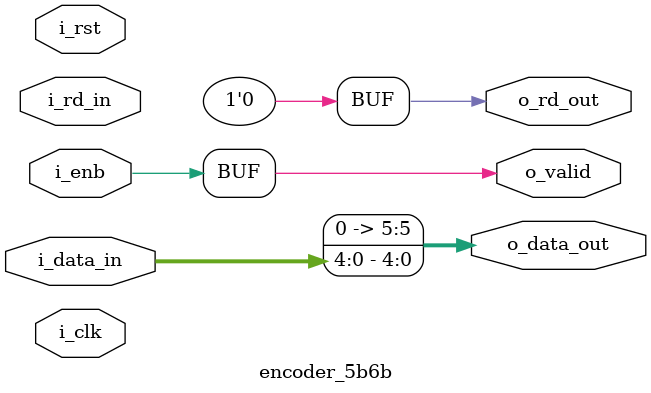
<source format=sv>
module encoder_5b6b (i_clk, i_rst, i_data_in, i_rd_in, i_enb, o_data_out, o_rd_out, o_valid);

//-----		INPUTS		------------------------------------------------------------------
  input      i_clk;
  input      i_rst;
  input      [4:0] i_data_in;
  input      i_rd_in;
  input      i_enb;
//-----		OUTPUTS		------------------------------------------------------------------
  output reg [5:0] o_data_out;
  output reg       o_rd_out;
  output reg       o_valid;
//-----    WIRES         -----------------------------------------------------------------
//-----    REGS         ------------------------------------------------------------------

//========================================================================================
//    		MODULE CONTENT
//========================================================================================

  assign o_data_out = {1'b0, i_data_in};  // Just a dummy assignement. Replace with your code.
  assign o_valid    = i_enb;              // Just a dummy assignement. Replace with your code.
  assign o_rd_out   = 1'b0;               // Just a dummy assignement. Replace with your code.
  
endmodule 
</source>
